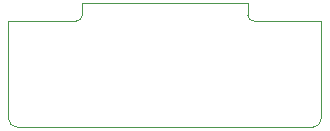
<source format=gm1>
G04 #@! TF.GenerationSoftware,KiCad,Pcbnew,(6.0.7)*
G04 #@! TF.CreationDate,2022-10-27T11:41:06+02:00*
G04 #@! TF.ProjectId,FPS_AL,4650535f-414c-42e6-9b69-6361645f7063,rev?*
G04 #@! TF.SameCoordinates,Original*
G04 #@! TF.FileFunction,Profile,NP*
%FSLAX46Y46*%
G04 Gerber Fmt 4.6, Leading zero omitted, Abs format (unit mm)*
G04 Created by KiCad (PCBNEW (6.0.7)) date 2022-10-27 11:41:06*
%MOMM*%
%LPD*%
G01*
G04 APERTURE LIST*
G04 #@! TA.AperFunction,Profile*
%ADD10C,0.100000*%
G04 #@! TD*
G04 APERTURE END LIST*
D10*
X90050000Y-60250000D02*
X90050000Y-61250000D01*
X83800000Y-70000000D02*
X83800000Y-61750000D01*
X104050000Y-61250000D02*
G75*
G03*
X104550000Y-61750000I500000J0D01*
G01*
X104050000Y-61250000D02*
X104050000Y-60250000D01*
X109550000Y-70750000D02*
X84550000Y-70750000D01*
X83800000Y-70000000D02*
G75*
G03*
X84550000Y-70750000I750000J0D01*
G01*
X89550000Y-61750000D02*
X83800000Y-61750000D01*
X104050000Y-60250000D02*
X90050000Y-60250000D01*
X109550000Y-70750000D02*
G75*
G03*
X110300000Y-70000000I0J750000D01*
G01*
X110300000Y-70000000D02*
X110300000Y-61750000D01*
X89550000Y-61750000D02*
G75*
G03*
X90050000Y-61250000I0J500000D01*
G01*
X104550000Y-61750000D02*
X110300000Y-61750000D01*
M02*

</source>
